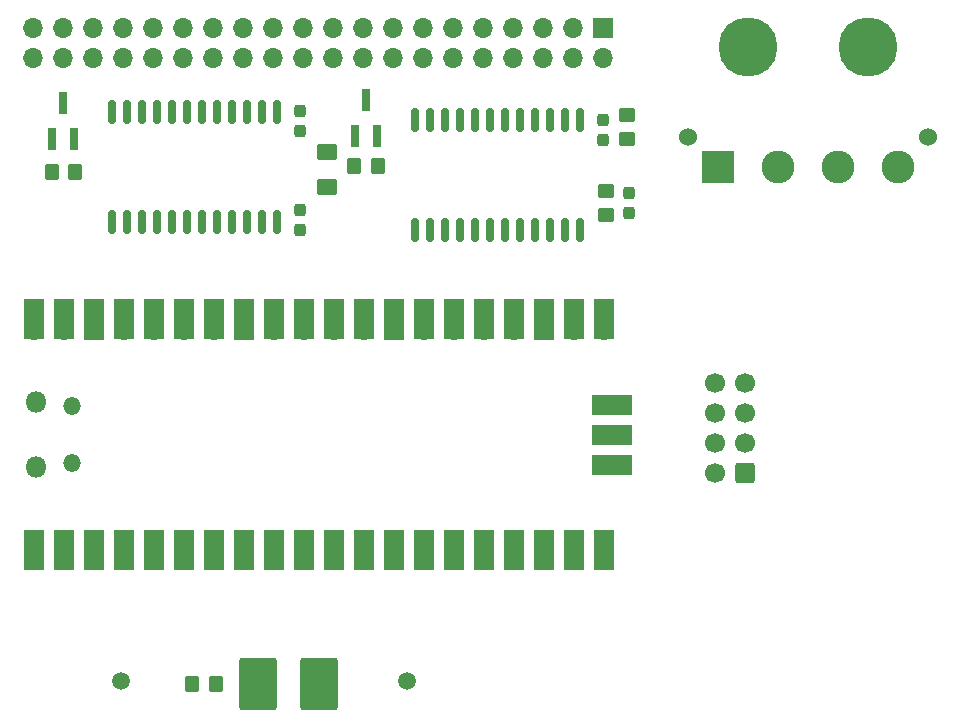
<source format=gbr>
%TF.GenerationSoftware,KiCad,Pcbnew,(6.0.1)*%
%TF.CreationDate,2022-03-24T11:58:16-04:00*%
%TF.ProjectId,FDC,4644432e-6b69-4636-9164-5f7063625858,rev?*%
%TF.SameCoordinates,Original*%
%TF.FileFunction,Soldermask,Top*%
%TF.FilePolarity,Negative*%
%FSLAX46Y46*%
G04 Gerber Fmt 4.6, Leading zero omitted, Abs format (unit mm)*
G04 Created by KiCad (PCBNEW (6.0.1)) date 2022-03-24 11:58:16*
%MOMM*%
%LPD*%
G01*
G04 APERTURE LIST*
G04 Aperture macros list*
%AMRoundRect*
0 Rectangle with rounded corners*
0 $1 Rounding radius*
0 $2 $3 $4 $5 $6 $7 $8 $9 X,Y pos of 4 corners*
0 Add a 4 corners polygon primitive as box body*
4,1,4,$2,$3,$4,$5,$6,$7,$8,$9,$2,$3,0*
0 Add four circle primitives for the rounded corners*
1,1,$1+$1,$2,$3*
1,1,$1+$1,$4,$5*
1,1,$1+$1,$6,$7*
1,1,$1+$1,$8,$9*
0 Add four rect primitives between the rounded corners*
20,1,$1+$1,$2,$3,$4,$5,0*
20,1,$1+$1,$4,$5,$6,$7,0*
20,1,$1+$1,$6,$7,$8,$9,0*
20,1,$1+$1,$8,$9,$2,$3,0*%
G04 Aperture macros list end*
%ADD10RoundRect,0.150000X-0.150000X0.875000X-0.150000X-0.875000X0.150000X-0.875000X0.150000X0.875000X0*%
%ADD11R,0.800000X1.900000*%
%ADD12RoundRect,0.249999X0.350001X0.450001X-0.350001X0.450001X-0.350001X-0.450001X0.350001X-0.450001X0*%
%ADD13RoundRect,0.249999X0.450001X-0.350001X0.450001X0.350001X-0.450001X0.350001X-0.450001X-0.350001X0*%
%ADD14RoundRect,0.237500X0.237500X-0.300000X0.237500X0.300000X-0.237500X0.300000X-0.237500X-0.300000X0*%
%ADD15RoundRect,0.237500X-0.237500X0.300000X-0.237500X-0.300000X0.237500X-0.300000X0.237500X0.300000X0*%
%ADD16RoundRect,0.250000X-0.625000X0.462500X-0.625000X-0.462500X0.625000X-0.462500X0.625000X0.462500X0*%
%ADD17R,1.700000X1.700000*%
%ADD18O,1.700000X1.700000*%
%ADD19RoundRect,0.250000X0.600000X0.600000X-0.600000X0.600000X-0.600000X-0.600000X0.600000X-0.600000X0*%
%ADD20C,1.700000*%
%ADD21C,1.524000*%
%ADD22C,5.000000*%
%ADD23R,2.780000X2.780000*%
%ADD24C,2.780000*%
%ADD25O,1.800000X1.800000*%
%ADD26O,1.500000X1.500000*%
%ADD27R,1.700000X3.500000*%
%ADD28R,3.500000X1.700000*%
%ADD29RoundRect,0.250000X-1.350000X-1.975000X1.350000X-1.975000X1.350000X1.975000X-1.350000X1.975000X0*%
%ADD30RoundRect,0.250000X0.350000X0.450000X-0.350000X0.450000X-0.350000X-0.450000X0.350000X-0.450000X0*%
%ADD31C,1.500000*%
G04 APERTURE END LIST*
D10*
%TO.C,U3*%
X160401000Y-68248000D03*
X159131000Y-68248000D03*
X157861000Y-68248000D03*
X156591000Y-68248000D03*
X155321000Y-68248000D03*
X154051000Y-68248000D03*
X152781000Y-68248000D03*
X151511000Y-68248000D03*
X150241000Y-68248000D03*
X148971000Y-68248000D03*
X147701000Y-68248000D03*
X146431000Y-68248000D03*
X146431000Y-77548000D03*
X147701000Y-77548000D03*
X148971000Y-77548000D03*
X150241000Y-77548000D03*
X151511000Y-77548000D03*
X152781000Y-77548000D03*
X154051000Y-77548000D03*
X155321000Y-77548000D03*
X156591000Y-77548000D03*
X157861000Y-77548000D03*
X159131000Y-77548000D03*
X160401000Y-77548000D03*
%TD*%
D11*
%TO.C,Q1*%
X115636000Y-69826000D03*
X117536000Y-69826000D03*
X116586000Y-66826000D03*
%TD*%
D12*
%TO.C,R6*%
X117649500Y-72644000D03*
X115649500Y-72644000D03*
%TD*%
%TO.C,R8*%
X143240000Y-72136000D03*
X141240000Y-72136000D03*
%TD*%
D10*
%TO.C,U5*%
X134747000Y-67564000D03*
X133477000Y-67564000D03*
X132207000Y-67564000D03*
X130937000Y-67564000D03*
X129667000Y-67564000D03*
X128397000Y-67564000D03*
X127127000Y-67564000D03*
X125857000Y-67564000D03*
X124587000Y-67564000D03*
X123317000Y-67564000D03*
X122047000Y-67564000D03*
X120777000Y-67564000D03*
X120777000Y-76864000D03*
X122047000Y-76864000D03*
X123317000Y-76864000D03*
X124587000Y-76864000D03*
X125857000Y-76864000D03*
X127127000Y-76864000D03*
X128397000Y-76864000D03*
X129667000Y-76864000D03*
X130937000Y-76864000D03*
X132207000Y-76864000D03*
X133477000Y-76864000D03*
X134747000Y-76864000D03*
%TD*%
D11*
%TO.C,Q2*%
X141290000Y-69572000D03*
X143190000Y-69572000D03*
X142240000Y-66572000D03*
%TD*%
D13*
%TO.C,R9*%
X164338000Y-69834000D03*
X164338000Y-67834000D03*
%TD*%
%TO.C,R10*%
X162560000Y-76247500D03*
X162560000Y-74247500D03*
%TD*%
D14*
%TO.C,C2*%
X164528500Y-76110000D03*
X164528500Y-74385000D03*
%TD*%
D15*
%TO.C,C3*%
X162306000Y-68225500D03*
X162306000Y-69950500D03*
%TD*%
D14*
%TO.C,C5*%
X136652000Y-77570500D03*
X136652000Y-75845500D03*
%TD*%
D15*
%TO.C,C6*%
X136652000Y-67463500D03*
X136652000Y-69188500D03*
%TD*%
D16*
%TO.C,D2*%
X138938000Y-70902500D03*
X138938000Y-73877500D03*
%TD*%
D17*
%TO.C,J5*%
X162306000Y-60452000D03*
D18*
X162306000Y-62992000D03*
X159766000Y-60452000D03*
X159766000Y-62992000D03*
X157226000Y-60452000D03*
X157226000Y-62992000D03*
X154686000Y-60452000D03*
X154686000Y-62992000D03*
X152146000Y-60452000D03*
X152146000Y-62992000D03*
X149606000Y-60452000D03*
X149606000Y-62992000D03*
X147066000Y-60452000D03*
X147066000Y-62992000D03*
X144526000Y-60452000D03*
X144526000Y-62992000D03*
X141986000Y-60452000D03*
X141986000Y-62992000D03*
X139446000Y-60452000D03*
X139446000Y-62992000D03*
X136906000Y-60452000D03*
X136906000Y-62992000D03*
X134366000Y-60452000D03*
X134366000Y-62992000D03*
X131826000Y-60452000D03*
X131826000Y-62992000D03*
X129286000Y-60452000D03*
X129286000Y-62992000D03*
X126746000Y-60452000D03*
X126746000Y-62992000D03*
X124206000Y-60452000D03*
X124206000Y-62992000D03*
X121666000Y-60452000D03*
X121666000Y-62992000D03*
X119126000Y-60452000D03*
X119126000Y-62992000D03*
X116586000Y-60452000D03*
X116586000Y-62992000D03*
X114046000Y-60452000D03*
X114046000Y-62992000D03*
%TD*%
D19*
%TO.C,J1*%
X174371000Y-98107500D03*
D20*
X171831000Y-98107500D03*
X174371000Y-95567500D03*
X171831000Y-95567500D03*
X174371000Y-93027500D03*
X171831000Y-93027500D03*
X174371000Y-90487500D03*
X171831000Y-90487500D03*
%TD*%
D21*
%TO.C,J4*%
X169545000Y-69659500D03*
X189865000Y-69659500D03*
D22*
X184785000Y-62039500D03*
X174625000Y-62039500D03*
D23*
X172085000Y-72199500D03*
D24*
X177165000Y-72199500D03*
X182245000Y-72199500D03*
X187325000Y-72199500D03*
%TD*%
D25*
%TO.C,U2*%
X114303000Y-97594000D03*
X114303000Y-92144000D03*
D26*
X117333000Y-97294000D03*
X117333000Y-92444000D03*
D27*
X114173000Y-104659000D03*
D18*
X114173000Y-103759000D03*
X116713000Y-103759000D03*
D27*
X116713000Y-104659000D03*
D17*
X119253000Y-103759000D03*
D27*
X119253000Y-104659000D03*
X121793000Y-104659000D03*
D18*
X121793000Y-103759000D03*
D27*
X124333000Y-104659000D03*
D18*
X124333000Y-103759000D03*
D27*
X126873000Y-104659000D03*
D18*
X126873000Y-103759000D03*
X129413000Y-103759000D03*
D27*
X129413000Y-104659000D03*
D17*
X131953000Y-103759000D03*
D27*
X131953000Y-104659000D03*
D18*
X134493000Y-103759000D03*
D27*
X134493000Y-104659000D03*
X137033000Y-104659000D03*
D18*
X137033000Y-103759000D03*
X139573000Y-103759000D03*
D27*
X139573000Y-104659000D03*
X142113000Y-104659000D03*
D18*
X142113000Y-103759000D03*
D17*
X144653000Y-103759000D03*
D27*
X144653000Y-104659000D03*
D18*
X147193000Y-103759000D03*
D27*
X147193000Y-104659000D03*
D18*
X149733000Y-103759000D03*
D27*
X149733000Y-104659000D03*
X152273000Y-104659000D03*
D18*
X152273000Y-103759000D03*
D27*
X154813000Y-104659000D03*
D18*
X154813000Y-103759000D03*
D27*
X157353000Y-104659000D03*
D17*
X157353000Y-103759000D03*
D27*
X159893000Y-104659000D03*
D18*
X159893000Y-103759000D03*
D27*
X162433000Y-104659000D03*
D18*
X162433000Y-103759000D03*
D27*
X162433000Y-85079000D03*
D18*
X162433000Y-85979000D03*
X159893000Y-85979000D03*
D27*
X159893000Y-85079000D03*
X157353000Y-85079000D03*
D17*
X157353000Y-85979000D03*
D27*
X154813000Y-85079000D03*
D18*
X154813000Y-85979000D03*
X152273000Y-85979000D03*
D27*
X152273000Y-85079000D03*
D18*
X149733000Y-85979000D03*
D27*
X149733000Y-85079000D03*
X147193000Y-85079000D03*
D18*
X147193000Y-85979000D03*
D17*
X144653000Y-85979000D03*
D27*
X144653000Y-85079000D03*
X142113000Y-85079000D03*
D18*
X142113000Y-85979000D03*
X139573000Y-85979000D03*
D27*
X139573000Y-85079000D03*
D18*
X137033000Y-85979000D03*
D27*
X137033000Y-85079000D03*
D18*
X134493000Y-85979000D03*
D27*
X134493000Y-85079000D03*
X131953000Y-85079000D03*
D17*
X131953000Y-85979000D03*
D18*
X129413000Y-85979000D03*
D27*
X129413000Y-85079000D03*
X126873000Y-85079000D03*
D18*
X126873000Y-85979000D03*
X124333000Y-85979000D03*
D27*
X124333000Y-85079000D03*
X121793000Y-85079000D03*
D18*
X121793000Y-85979000D03*
D27*
X119253000Y-85079000D03*
D17*
X119253000Y-85979000D03*
D27*
X116713000Y-85079000D03*
D18*
X116713000Y-85979000D03*
X114173000Y-85979000D03*
D27*
X114173000Y-85079000D03*
D28*
X163103000Y-97409000D03*
D18*
X162203000Y-97409000D03*
D17*
X162203000Y-94869000D03*
D28*
X163103000Y-94869000D03*
X163103000Y-92329000D03*
D18*
X162203000Y-92329000D03*
%TD*%
D29*
%TO.C,D1*%
X133099500Y-116014500D03*
X138299500Y-116014500D03*
%TD*%
D30*
%TO.C,R1*%
X129524000Y-116014500D03*
X127524000Y-116014500D03*
%TD*%
D31*
%TO.C,J3*%
X121504000Y-115695500D03*
X145704000Y-115695500D03*
%TD*%
M02*

</source>
